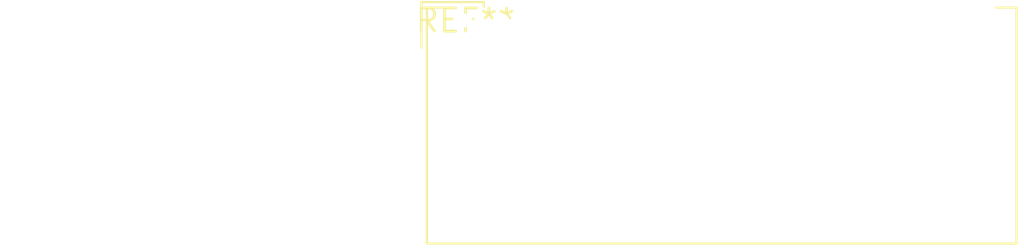
<source format=kicad_pcb>
(kicad_pcb (version 20240108) (generator pcbnew)
  (layers (0 "F.Cu" signal) (31 "B.Cu" signal) (34 "B.Paste" user) (35 "F.Paste" user) (36 "B.SilkS" user "B.Silkscreen") (37 "F.SilkS" user "F.Silkscreen") (38 "B.Mask" user) (39 "F.Mask" user) (44 "Edge.Cuts" user))
  (net 0 "")
  (footprint "JST_PUD_S30B-PUDSS-1_2x15_P2.00mm_Horizontal" (layer "F.Cu") (at 0 0)
    (property "Reference" "REF**")
    (property "Value" "JST_PUD_S30B-PUDSS-1_2x15_P2.00mm_Horizontal")
    (fp_line (start -2.41 -1.01) (end -2.41 1.49) (layer "F.SilkS") (stroke (width 0.12)))
    (fp_line (start -2.11 -0.71) (end -2.11 12.21) (layer "F.SilkS") (stroke (width 0.12)))
    (fp_line (start -2.11 12.21) (end 14 12.21) (layer "F.SilkS") (stroke (width 0.12)))
    (fp_line (start -1 -0.71) (end -2.11 -0.71) (layer "F.SilkS") (stroke (width 0.12)))
    (fp_line (start 1 -1.01) (end -2.41 -1.01) (layer "F.SilkS") (stroke (width 0.12)))
    (fp_line (start 1 -0.76) (end 1 -1.01) (layer "F.SilkS") (stroke (width 0.12)))
    (fp_line (start 29 -0.71) (end 30.11 -0.71) (layer "F.SilkS") (stroke (width 0.12)))
    (fp_line (start 30.11 -0.71) (end 30.11 12.21) (layer "F.SilkS") (stroke (width 0.12)))
    (fp_line (start 30.11 12.21) (end 14 12.21) (layer "F.SilkS") (stroke (width 0.12)))
    (pad "" np_thru_hole circle (at -0.9 9.7) (size 1.65 1.65) (drill 1.65) (layers *.Cu *.Mask))
    (pad "" np_thru_hole circle (at 28.9 9.7) (size 1.65 1.65) (drill 1.65) (layers *.Cu *.Mask))
    (pad "1" thru_hole roundrect (at 0 0) (size 1.2 1.2) (drill 0.75) (layers *.Cu *.Mask) (remove_unused_layers) (roundrect_rratio 0.208333))
    (pad "2" thru_hole circle (at 0 2) (size 1.2 1.2) (drill 0.75) (layers *.Cu *.Mask) (remove_unused_layers))
    (pad "3" thru_hole circle (at 2 0) (size 1.2 1.2) (drill 0.75) (layers *.Cu *.Mask) (remove_unused_layers))
    (pad "4" thru_hole circle (at 2 2) (size 1.2 1.2) (drill 0.75) (layers *.Cu *.Mask) (remove_unused_layers))
    (pad "5" thru_hole circle (at 4 0) (size 1.2 1.2) (drill 0.75) (layers *.Cu *.Mask) (remove_unused_layers))
    (pad "6" thru_hole circle (at 4 2) (size 1.2 1.2) (drill 0.75) (layers *.Cu *.Mask) (remove_unused_layers))
    (pad "7" thru_hole circle (at 6 0) (size 1.2 1.2) (drill 0.75) (layers *.Cu *.Mask) (remove_unused_layers))
    (pad "8" thru_hole circle (at 6 2) (size 1.2 1.2) (drill 0.75) (layers *.Cu *.Mask) (remove_unused_layers))
    (pad "9" thru_hole circle (at 8 0) (size 1.2 1.2) (drill 0.75) (layers *.Cu *.Mask) (remove_unused_layers))
    (pad "10" thru_hole circle (at 8 2) (size 1.2 1.2) (drill 0.75) (layers *.Cu *.Mask) (remove_unused_layers))
    (pad "11" thru_hole circle (at 10 0) (size 1.2 1.2) (drill 0.75) (layers *.Cu *.Mask) (remove_unused_layers))
    (pad "12" thru_hole circle (at 10 2) (size 1.2 1.2) (drill 0.75) (layers *.Cu *.Mask) (remove_unused_layers))
    (pad "13" thru_hole circle (at 12 0) (size 1.2 1.2) (drill 0.75) (layers *.Cu *.Mask) (remove_unused_layers))
    (pad "14" thru_hole circle (at 12 2) (size 1.2 1.2) (drill 0.75) (layers *.Cu *.Mask) (remove_unused_layers))
    (pad "15" thru_hole circle (at 14 0) (size 1.2 1.2) (drill 0.75) (layers *.Cu *.Mask) (remove_unused_layers))
    (pad "16" thru_hole circle (at 14 2) (size 1.2 1.2) (drill 0.75) (layers *.Cu *.Mask) (remove_unused_layers))
    (pad "17" thru_hole circle (at 16 0) (size 1.2 1.2) (drill 0.75) (layers *.Cu *.Mask) (remove_unused_layers))
    (pad "18" thru_hole circle (at 16 2) (size 1.2 1.2) (drill 0.75) (layers *.Cu *.Mask) (remove_unused_layers))
    (pad "19" thru_hole circle (at 18 0) (size 1.2 1.2) (drill 0.75) (layers *.Cu *.Mask) (remove_unused_layers))
    (pad "20" thru_hole circle (at 18 2) (size 1.2 1.2) (drill 0.75) (layers *.Cu *.Mask) (remove_unused_layers))
    (pad "21" thru_hole circle (at 20 0) (size 1.2 1.2) (drill 0.75) (layers *.Cu *.Mask) (remove_unused_layers))
    (pad "22" thru_hole circle (at 20 2) (size 1.2 1.2) (drill 0.75) (layers *.Cu *.Mask) (remove_unused_layers))
    (pad "23" thru_hole circle (at 22 0) (size 1.2 1.2) (drill 0.75) (layers *.Cu *.Mask) (remove_unused_layers))
    (pad "24" thru_hole circle (at 22 2) (size 1.2 1.2) (drill 0.75) (layers *.Cu *.Mask) (remove_unused_layers))
    (pad "25" thru_hole circle (at 24 0) (size 1.2 1.2) (drill 0.75) (layers *.Cu *.Mask) (remove_unused_layers))
    (pad "26" thru_hole circle (at 24 2) (size 1.2 1.2) (drill 0.75) (layers *.Cu *.Mask) (remove_unused_layers))
    (pad "27" thru_hole circle (at 26 0) (size 1.2 1.2) (drill 0.75) (layers *.Cu *.Mask) (remove_unused_layers))
    (pad "28" thru_hole circle (at 26 2) (size 1.2 1.2) (drill 0.75) (layers *.Cu *.Mask) (remove_unused_layers))
    (pad "29" thru_hole circle (at 28 0) (size 1.2 1.2) (drill 0.75) (layers *.Cu *.Mask) (remove_unused_layers))
    (pad "30" thru_hole circle (at 28 2) (size 1.2 1.2) (drill 0.75) (layers *.Cu *.Mask) (remove_unused_layers))
  )
)
</source>
